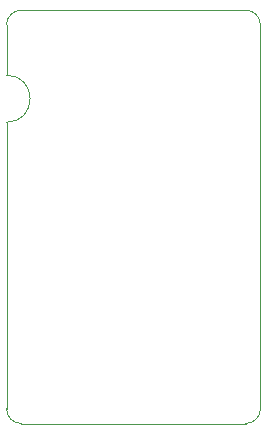
<source format=gbr>
%TF.GenerationSoftware,Altium Limited,Altium Designer,22.11.1 (43)*%
G04 Layer_Color=0*
%FSLAX45Y45*%
%MOMM*%
%TF.SameCoordinates,77F1110F-2A09-4361-93A5-D97A60E4CA06*%
%TF.FilePolarity,Positive*%
%TF.FileFunction,Profile,NP*%
%TF.Part,Single*%
G01*
G75*
%TA.AperFunction,Profile*%
%ADD45C,0.02540*%
D45*
X0Y125000D02*
Y2550000D01*
D02*
G03*
X0Y2950000I0J200000D01*
G01*
Y3375000D01*
D02*
G02*
X125000Y3500000I125000J0D01*
G01*
X2025000Y3500000D01*
D02*
G02*
X2150000Y3375000I0J-125000D01*
G01*
Y125000D01*
D02*
G02*
X2025000Y0I-125000J0D01*
G01*
X125000Y-0D01*
D02*
G02*
X0Y125000I0J125000D01*
G01*
%TF.MD5,e55e9e830501ba598f025fc87d8b28d6*%
M02*

</source>
